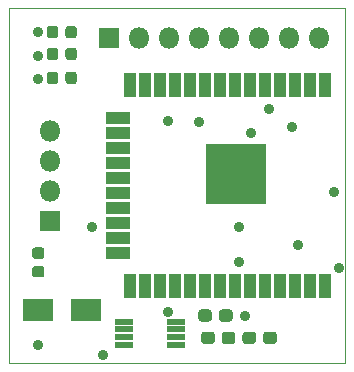
<source format=gbr>
%TF.GenerationSoftware,KiCad,Pcbnew,(5.1.6)-1*%
%TF.CreationDate,2021-09-30T15:23:08+02:00*%
%TF.ProjectId,Board,426f6172-642e-46b6-9963-61645f706362,rev?*%
%TF.SameCoordinates,PX367e320PY64168f0*%
%TF.FileFunction,Soldermask,Top*%
%TF.FilePolarity,Negative*%
%FSLAX46Y46*%
G04 Gerber Fmt 4.6, Leading zero omitted, Abs format (unit mm)*
G04 Created by KiCad (PCBNEW (5.1.6)-1) date 2021-09-30 15:23:08*
%MOMM*%
%LPD*%
G01*
G04 APERTURE LIST*
%TA.AperFunction,Profile*%
%ADD10C,0.050000*%
%TD*%
%ADD11R,1.550000X0.550000*%
%ADD12R,2.600000X1.900000*%
%ADD13R,5.100000X5.100000*%
%ADD14R,1.000000X2.100000*%
%ADD15R,2.100000X1.000000*%
%ADD16R,1.800000X1.800000*%
%ADD17O,1.800000X1.800000*%
%ADD18C,0.900000*%
G04 APERTURE END LIST*
D10*
X28500000Y0D02*
X0Y0D01*
X28500000Y30000000D02*
X28500000Y0D01*
X0Y30000000D02*
X28500000Y30000000D01*
X0Y0D02*
X0Y30000000D01*
D11*
X14200000Y3475000D03*
X14200000Y2825000D03*
X14200000Y2175000D03*
X14200000Y1525000D03*
X9800000Y1525000D03*
X9800000Y2175000D03*
X9800000Y2825000D03*
X9800000Y3475000D03*
D12*
X6500000Y4500000D03*
X2500000Y4500000D03*
G36*
G01*
X4800000Y23838750D02*
X4800000Y24401250D01*
G75*
G02*
X5043750Y24645000I243750J0D01*
G01*
X5531250Y24645000D01*
G75*
G02*
X5775000Y24401250I0J-243750D01*
G01*
X5775000Y23838750D01*
G75*
G02*
X5531250Y23595000I-243750J0D01*
G01*
X5043750Y23595000D01*
G75*
G02*
X4800000Y23838750I0J243750D01*
G01*
G37*
G36*
G01*
X3225000Y23838750D02*
X3225000Y24401250D01*
G75*
G02*
X3468750Y24645000I243750J0D01*
G01*
X3956250Y24645000D01*
G75*
G02*
X4200000Y24401250I0J-243750D01*
G01*
X4200000Y23838750D01*
G75*
G02*
X3956250Y23595000I-243750J0D01*
G01*
X3468750Y23595000D01*
G75*
G02*
X3225000Y23838750I0J243750D01*
G01*
G37*
G36*
G01*
X3225000Y25868750D02*
X3225000Y26431250D01*
G75*
G02*
X3468750Y26675000I243750J0D01*
G01*
X3956250Y26675000D01*
G75*
G02*
X4200000Y26431250I0J-243750D01*
G01*
X4200000Y25868750D01*
G75*
G02*
X3956250Y25625000I-243750J0D01*
G01*
X3468750Y25625000D01*
G75*
G02*
X3225000Y25868750I0J243750D01*
G01*
G37*
G36*
G01*
X4800000Y25868750D02*
X4800000Y26431250D01*
G75*
G02*
X5043750Y26675000I243750J0D01*
G01*
X5531250Y26675000D01*
G75*
G02*
X5775000Y26431250I0J-243750D01*
G01*
X5775000Y25868750D01*
G75*
G02*
X5531250Y25625000I-243750J0D01*
G01*
X5043750Y25625000D01*
G75*
G02*
X4800000Y25868750I0J243750D01*
G01*
G37*
G36*
G01*
X3225000Y27718750D02*
X3225000Y28281250D01*
G75*
G02*
X3468750Y28525000I243750J0D01*
G01*
X3956250Y28525000D01*
G75*
G02*
X4200000Y28281250I0J-243750D01*
G01*
X4200000Y27718750D01*
G75*
G02*
X3956250Y27475000I-243750J0D01*
G01*
X3468750Y27475000D01*
G75*
G02*
X3225000Y27718750I0J243750D01*
G01*
G37*
G36*
G01*
X4800000Y27718750D02*
X4800000Y28281250D01*
G75*
G02*
X5043750Y28525000I243750J0D01*
G01*
X5531250Y28525000D01*
G75*
G02*
X5775000Y28281250I0J-243750D01*
G01*
X5775000Y27718750D01*
G75*
G02*
X5531250Y27475000I-243750J0D01*
G01*
X5043750Y27475000D01*
G75*
G02*
X4800000Y27718750I0J243750D01*
G01*
G37*
G36*
G01*
X2781250Y7225000D02*
X2218750Y7225000D01*
G75*
G02*
X1975000Y7468750I0J243750D01*
G01*
X1975000Y7956250D01*
G75*
G02*
X2218750Y8200000I243750J0D01*
G01*
X2781250Y8200000D01*
G75*
G02*
X3025000Y7956250I0J-243750D01*
G01*
X3025000Y7468750D01*
G75*
G02*
X2781250Y7225000I-243750J0D01*
G01*
G37*
G36*
G01*
X2781250Y8800000D02*
X2218750Y8800000D01*
G75*
G02*
X1975000Y9043750I0J243750D01*
G01*
X1975000Y9531250D01*
G75*
G02*
X2218750Y9775000I243750J0D01*
G01*
X2781250Y9775000D01*
G75*
G02*
X3025000Y9531250I0J-243750D01*
G01*
X3025000Y9043750D01*
G75*
G02*
X2781250Y8800000I-243750J0D01*
G01*
G37*
D13*
X19255000Y16000000D03*
D14*
X26755000Y23500000D03*
X25485000Y23500000D03*
X24215000Y23500000D03*
X22945000Y23500000D03*
X21675000Y23500000D03*
X20405000Y23500000D03*
X19135000Y23500000D03*
X17865000Y23500000D03*
X16595000Y23500000D03*
X15325000Y23500000D03*
X14055000Y23500000D03*
X12785000Y23500000D03*
X11515000Y23500000D03*
X10245000Y23500000D03*
D15*
X9245000Y20715000D03*
X9245000Y19445000D03*
X9245000Y18175000D03*
X9245000Y16905000D03*
X9245000Y15635000D03*
X9245000Y14365000D03*
X9245000Y13095000D03*
X9245000Y11825000D03*
X9245000Y10555000D03*
X9245000Y9285000D03*
D14*
X10245000Y6500000D03*
X11515000Y6500000D03*
X12785000Y6500000D03*
X14055000Y6500000D03*
X15325000Y6500000D03*
X16595000Y6500000D03*
X17865000Y6500000D03*
X19135000Y6500000D03*
X20405000Y6500000D03*
X21675000Y6500000D03*
X22945000Y6500000D03*
X24215000Y6500000D03*
X25485000Y6500000D03*
X26755000Y6500000D03*
G36*
G01*
X18950000Y4262500D02*
X18950000Y3737500D01*
G75*
G02*
X18687500Y3475000I-262500J0D01*
G01*
X18062500Y3475000D01*
G75*
G02*
X17800000Y3737500I0J262500D01*
G01*
X17800000Y4262500D01*
G75*
G02*
X18062500Y4525000I262500J0D01*
G01*
X18687500Y4525000D01*
G75*
G02*
X18950000Y4262500I0J-262500D01*
G01*
G37*
G36*
G01*
X17200000Y4262500D02*
X17200000Y3737500D01*
G75*
G02*
X16937500Y3475000I-262500J0D01*
G01*
X16312500Y3475000D01*
G75*
G02*
X16050000Y3737500I0J262500D01*
G01*
X16050000Y4262500D01*
G75*
G02*
X16312500Y4525000I262500J0D01*
G01*
X16937500Y4525000D01*
G75*
G02*
X17200000Y4262500I0J-262500D01*
G01*
G37*
G36*
G01*
X16290000Y1846500D02*
X16290000Y2371500D01*
G75*
G02*
X16552500Y2634000I262500J0D01*
G01*
X17177500Y2634000D01*
G75*
G02*
X17440000Y2371500I0J-262500D01*
G01*
X17440000Y1846500D01*
G75*
G02*
X17177500Y1584000I-262500J0D01*
G01*
X16552500Y1584000D01*
G75*
G02*
X16290000Y1846500I0J262500D01*
G01*
G37*
G36*
G01*
X18040000Y1846500D02*
X18040000Y2371500D01*
G75*
G02*
X18302500Y2634000I262500J0D01*
G01*
X18927500Y2634000D01*
G75*
G02*
X19190000Y2371500I0J-262500D01*
G01*
X19190000Y1846500D01*
G75*
G02*
X18927500Y1584000I-262500J0D01*
G01*
X18302500Y1584000D01*
G75*
G02*
X18040000Y1846500I0J262500D01*
G01*
G37*
G36*
G01*
X19790000Y1846500D02*
X19790000Y2371500D01*
G75*
G02*
X20052500Y2634000I262500J0D01*
G01*
X20677500Y2634000D01*
G75*
G02*
X20940000Y2371500I0J-262500D01*
G01*
X20940000Y1846500D01*
G75*
G02*
X20677500Y1584000I-262500J0D01*
G01*
X20052500Y1584000D01*
G75*
G02*
X19790000Y1846500I0J262500D01*
G01*
G37*
G36*
G01*
X21540000Y1846500D02*
X21540000Y2371500D01*
G75*
G02*
X21802500Y2634000I262500J0D01*
G01*
X22427500Y2634000D01*
G75*
G02*
X22690000Y2371500I0J-262500D01*
G01*
X22690000Y1846500D01*
G75*
G02*
X22427500Y1584000I-262500J0D01*
G01*
X21802500Y1584000D01*
G75*
G02*
X21540000Y1846500I0J262500D01*
G01*
G37*
D16*
X8500000Y27500000D03*
D17*
X11040000Y27500000D03*
X13580000Y27500000D03*
X16120000Y27500000D03*
X18660000Y27500000D03*
X21200000Y27500000D03*
X23740000Y27500000D03*
X26280000Y27500000D03*
D16*
X3500000Y12000000D03*
D17*
X3500000Y14540000D03*
X3500000Y17080000D03*
X3500000Y19620000D03*
D18*
X19468852Y11468852D03*
X7030331Y11530331D03*
X19500000Y8500000D03*
X24500000Y10000000D03*
X27500000Y14500000D03*
X28000000Y8000000D03*
X2500000Y26000000D03*
X2500000Y28000000D03*
X24000000Y20000000D03*
X20000000Y4000000D03*
X2500000Y24000000D03*
X13500000Y4300002D03*
X2500000Y1500000D03*
X8000000Y625000D03*
X16150000Y20375000D03*
X20500000Y19500000D03*
X13500000Y20500000D03*
X22000000Y21500000D03*
M02*

</source>
